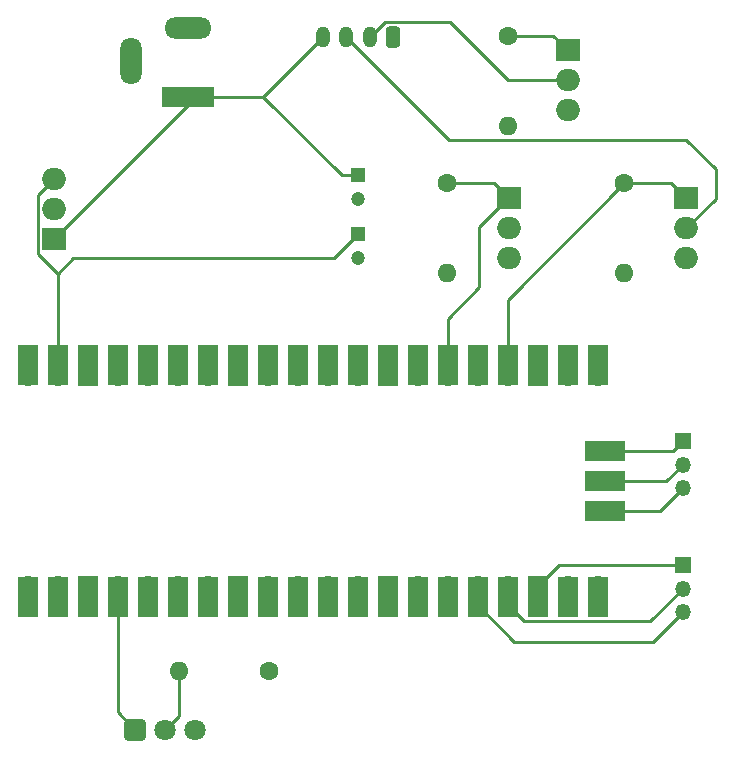
<source format=gtl>
%TF.GenerationSoftware,KiCad,Pcbnew,7.0.0-1.fc37*%
%TF.CreationDate,2023-03-02T16:58:32+00:00*%
%TF.ProjectId,led_strip_controller,6c65645f-7374-4726-9970-5f636f6e7472,4*%
%TF.SameCoordinates,Original*%
%TF.FileFunction,Copper,L1,Top*%
%TF.FilePolarity,Positive*%
%FSLAX46Y46*%
G04 Gerber Fmt 4.6, Leading zero omitted, Abs format (unit mm)*
G04 Created by KiCad (PCBNEW 7.0.0-1.fc37) date 2023-03-02 16:58:32*
%MOMM*%
%LPD*%
G01*
G04 APERTURE LIST*
G04 Aperture macros list*
%AMRoundRect*
0 Rectangle with rounded corners*
0 $1 Rounding radius*
0 $2 $3 $4 $5 $6 $7 $8 $9 X,Y pos of 4 corners*
0 Add a 4 corners polygon primitive as box body*
4,1,4,$2,$3,$4,$5,$6,$7,$8,$9,$2,$3,0*
0 Add four circle primitives for the rounded corners*
1,1,$1+$1,$2,$3*
1,1,$1+$1,$4,$5*
1,1,$1+$1,$6,$7*
1,1,$1+$1,$8,$9*
0 Add four rect primitives between the rounded corners*
20,1,$1+$1,$2,$3,$4,$5,0*
20,1,$1+$1,$4,$5,$6,$7,0*
20,1,$1+$1,$6,$7,$8,$9,0*
20,1,$1+$1,$8,$9,$2,$3,0*%
G04 Aperture macros list end*
%TA.AperFunction,ComponentPad*%
%ADD10R,2.000000X1.905000*%
%TD*%
%TA.AperFunction,ComponentPad*%
%ADD11O,2.000000X1.905000*%
%TD*%
%TA.AperFunction,ComponentPad*%
%ADD12R,4.400000X1.800000*%
%TD*%
%TA.AperFunction,ComponentPad*%
%ADD13O,4.000000X1.800000*%
%TD*%
%TA.AperFunction,ComponentPad*%
%ADD14O,1.800000X4.000000*%
%TD*%
%TA.AperFunction,ComponentPad*%
%ADD15C,1.600000*%
%TD*%
%TA.AperFunction,ComponentPad*%
%ADD16O,1.600000X1.600000*%
%TD*%
%TA.AperFunction,ComponentPad*%
%ADD17RoundRect,0.248400X-0.651600X-0.651600X0.651600X-0.651600X0.651600X0.651600X-0.651600X0.651600X0*%
%TD*%
%TA.AperFunction,ComponentPad*%
%ADD18C,1.800000*%
%TD*%
%TA.AperFunction,ComponentPad*%
%ADD19RoundRect,0.250000X0.350000X0.650000X-0.350000X0.650000X-0.350000X-0.650000X0.350000X-0.650000X0*%
%TD*%
%TA.AperFunction,ComponentPad*%
%ADD20O,1.200000X1.800000*%
%TD*%
%TA.AperFunction,ComponentPad*%
%ADD21R,1.350000X1.350000*%
%TD*%
%TA.AperFunction,ComponentPad*%
%ADD22O,1.350000X1.350000*%
%TD*%
%TA.AperFunction,ComponentPad*%
%ADD23R,1.200000X1.200000*%
%TD*%
%TA.AperFunction,ComponentPad*%
%ADD24C,1.200000*%
%TD*%
%TA.AperFunction,ComponentPad*%
%ADD25O,1.700000X1.700000*%
%TD*%
%TA.AperFunction,SMDPad,CuDef*%
%ADD26R,1.700000X3.500000*%
%TD*%
%TA.AperFunction,ComponentPad*%
%ADD27R,1.700000X1.700000*%
%TD*%
%TA.AperFunction,SMDPad,CuDef*%
%ADD28R,3.500000X1.700000*%
%TD*%
%TA.AperFunction,Conductor*%
%ADD29C,0.250000*%
%TD*%
G04 APERTURE END LIST*
D10*
X142499999Y-72419999D03*
D11*
X142499999Y-74959999D03*
X142499999Y-77499999D03*
D10*
X147499999Y-59919999D03*
D11*
X147499999Y-62459999D03*
X147499999Y-64999999D03*
D10*
X157499999Y-72459999D03*
D11*
X157499999Y-74999999D03*
X157499999Y-77539999D03*
D10*
X103978726Y-75932717D03*
D11*
X103978726Y-73392717D03*
X103978726Y-70852717D03*
D12*
X115319999Y-63849999D03*
D13*
X115319999Y-58049999D03*
D14*
X110519999Y-60849999D03*
D15*
X142449793Y-58684866D03*
D16*
X142449792Y-66304865D03*
D17*
X110870000Y-117500000D03*
D18*
X113410000Y-117500000D03*
X115950000Y-117500000D03*
D19*
X132720000Y-58825000D03*
D20*
X130719999Y-58824999D03*
X128719999Y-58824999D03*
X126719999Y-58824999D03*
D21*
X157219999Y-103499999D03*
D22*
X157219999Y-105499999D03*
X157219999Y-107499999D03*
D23*
X129719999Y-75499999D03*
D24*
X129720000Y-77500000D03*
D25*
X101739999Y-105279999D03*
D26*
X101739999Y-106179999D03*
D25*
X104279999Y-105279999D03*
D26*
X104279999Y-106179999D03*
D27*
X106819999Y-105279999D03*
D26*
X106819999Y-106179999D03*
D25*
X109359999Y-105279999D03*
D26*
X109359999Y-106179999D03*
D25*
X111899999Y-105279999D03*
D26*
X111899999Y-106179999D03*
D25*
X114439999Y-105279999D03*
D26*
X114439999Y-106179999D03*
D25*
X116979999Y-105279999D03*
D26*
X116979999Y-106179999D03*
D27*
X119519999Y-105279999D03*
D26*
X119519999Y-106179999D03*
D25*
X122059999Y-105279999D03*
D26*
X122059999Y-106179999D03*
D25*
X124599999Y-105279999D03*
D26*
X124599999Y-106179999D03*
D25*
X127139999Y-105279999D03*
D26*
X127139999Y-106179999D03*
D25*
X129679999Y-105279999D03*
D26*
X129679999Y-106179999D03*
D27*
X132219999Y-105279999D03*
D26*
X132219999Y-106179999D03*
D25*
X134759999Y-105279999D03*
D26*
X134759999Y-106179999D03*
D25*
X137299999Y-105279999D03*
D26*
X137299999Y-106179999D03*
D25*
X139839999Y-105279999D03*
D26*
X139839999Y-106179999D03*
D25*
X142379999Y-105279999D03*
D26*
X142379999Y-106179999D03*
D27*
X144919999Y-105279999D03*
D26*
X144919999Y-106179999D03*
D25*
X147459999Y-105279999D03*
D26*
X147459999Y-106179999D03*
D25*
X149999999Y-105279999D03*
D26*
X149999999Y-106179999D03*
D25*
X149999999Y-87499999D03*
D26*
X149999999Y-86599999D03*
D25*
X147459999Y-87499999D03*
D26*
X147459999Y-86599999D03*
D27*
X144919999Y-87499999D03*
D26*
X144919999Y-86599999D03*
D25*
X142379999Y-87499999D03*
D26*
X142379999Y-86599999D03*
D25*
X139839999Y-87499999D03*
D26*
X139839999Y-86599999D03*
D25*
X137299999Y-87499999D03*
D26*
X137299999Y-86599999D03*
D25*
X134759999Y-87499999D03*
D26*
X134759999Y-86599999D03*
D27*
X132219999Y-87499999D03*
D26*
X132219999Y-86599999D03*
D25*
X129679999Y-87499999D03*
D26*
X129679999Y-86599999D03*
D25*
X127139999Y-87499999D03*
D26*
X127139999Y-86599999D03*
D25*
X124599999Y-87499999D03*
D26*
X124599999Y-86599999D03*
D25*
X122059999Y-87499999D03*
D26*
X122059999Y-86599999D03*
D27*
X119519999Y-87499999D03*
D26*
X119519999Y-86599999D03*
D25*
X116979999Y-87499999D03*
D26*
X116979999Y-86599999D03*
D25*
X114439999Y-87499999D03*
D26*
X114439999Y-86599999D03*
D25*
X111899999Y-87499999D03*
D26*
X111899999Y-86599999D03*
D25*
X109359999Y-87499999D03*
D26*
X109359999Y-86599999D03*
D27*
X106819999Y-87499999D03*
D26*
X106819999Y-86599999D03*
D25*
X104279999Y-87499999D03*
D26*
X104279999Y-86599999D03*
D25*
X101739999Y-87499999D03*
D26*
X101739999Y-86599999D03*
D25*
X149769999Y-98929999D03*
D28*
X150669999Y-98929999D03*
D27*
X149769999Y-96389999D03*
D28*
X150669999Y-96389999D03*
D25*
X149769999Y-93849999D03*
D28*
X150669999Y-93849999D03*
D15*
X152220000Y-71190000D03*
D16*
X152219999Y-78809999D03*
D23*
X129719999Y-70499999D03*
D24*
X129720000Y-72500000D03*
D15*
X122220000Y-112500000D03*
D16*
X114599999Y-112499999D03*
D15*
X137220000Y-71190000D03*
D16*
X137219999Y-78809999D03*
D21*
X157219999Y-92999999D03*
D22*
X157219999Y-94999999D03*
X157219999Y-96999999D03*
D29*
X128720000Y-58825000D02*
X137395000Y-67500000D01*
X137395000Y-67500000D02*
X157500000Y-67500000D01*
X157500000Y-67500000D02*
X160000000Y-70000000D01*
X160000000Y-70000000D02*
X160000000Y-72500000D01*
X160000000Y-72500000D02*
X157500000Y-75000000D01*
X132045000Y-57500000D02*
X137500000Y-57500000D01*
X130720000Y-58825000D02*
X132045000Y-57500000D01*
X137500000Y-57500000D02*
X142460000Y-62460000D01*
X142460000Y-62460000D02*
X147500000Y-62460000D01*
X142449793Y-58684866D02*
X146264866Y-58684866D01*
X146264866Y-58684866D02*
X147500000Y-59920000D01*
X140000000Y-74872500D02*
X140000000Y-80000000D01*
X137300000Y-82700000D02*
X137300000Y-87500000D01*
X142452500Y-72420000D02*
X140000000Y-74872500D01*
X142500000Y-72420000D02*
X142452500Y-72420000D01*
X140000000Y-80000000D02*
X137300000Y-82700000D01*
X137220000Y-71190000D02*
X141270000Y-71190000D01*
X141270000Y-71190000D02*
X142500000Y-72420000D01*
X152220000Y-71190000D02*
X156230000Y-71190000D01*
X156230000Y-71190000D02*
X157500000Y-72460000D01*
X152220000Y-71190000D02*
X142380000Y-81030000D01*
X142380000Y-81030000D02*
X142380000Y-87500000D01*
X121695000Y-63850000D02*
X126720000Y-58825000D01*
X115320000Y-63850000D02*
X121695000Y-63850000D01*
X115320000Y-63850000D02*
X115320000Y-64591445D01*
X115320000Y-64591445D02*
X103978727Y-75932718D01*
X128345000Y-70500000D02*
X129720000Y-70500000D01*
X121695000Y-63850000D02*
X128345000Y-70500000D01*
X104280000Y-78836491D02*
X104280000Y-87500000D01*
X105616491Y-77500000D02*
X127720000Y-77500000D01*
X102653727Y-72177718D02*
X102653727Y-77210218D01*
X127720000Y-77500000D02*
X129720000Y-75500000D01*
X102653727Y-77210218D02*
X104280000Y-78836491D01*
X103978727Y-70852718D02*
X102653727Y-72177718D01*
X104280000Y-78836491D02*
X105616491Y-77500000D01*
X149770000Y-93850000D02*
X156370000Y-93850000D01*
X156370000Y-93850000D02*
X157220000Y-93000000D01*
X149770000Y-96390000D02*
X155830000Y-96390000D01*
X155830000Y-96390000D02*
X157220000Y-95000000D01*
X149770000Y-98930000D02*
X155290000Y-98930000D01*
X155290000Y-98930000D02*
X157220000Y-97000000D01*
X144920000Y-105280000D02*
X146700000Y-103500000D01*
X146700000Y-103500000D02*
X157220000Y-103500000D01*
X143745000Y-108255000D02*
X154465000Y-108255000D01*
X154465000Y-108255000D02*
X157220000Y-105500000D01*
X142380000Y-106890000D02*
X143745000Y-108255000D01*
X142380000Y-105280000D02*
X142380000Y-106890000D01*
X142950000Y-110000000D02*
X154720000Y-110000000D01*
X139840000Y-106890000D02*
X142950000Y-110000000D01*
X154720000Y-110000000D02*
X157220000Y-107500000D01*
X139840000Y-105280000D02*
X139840000Y-106890000D01*
X114600000Y-112500000D02*
X114600000Y-116310000D01*
X114600000Y-116310000D02*
X113410000Y-117500000D01*
X109360000Y-115990000D02*
X110870000Y-117500000D01*
X109360000Y-105280000D02*
X109360000Y-115990000D01*
X132720000Y-58825000D02*
X132979158Y-58825000D01*
M02*

</source>
